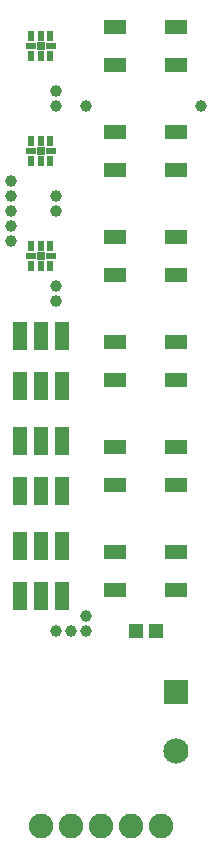
<source format=gts>
G75*
%MOIN*%
%OFA0B0*%
%FSLAX25Y25*%
%IPPOS*%
%LPD*%
%AMOC8*
5,1,8,0,0,1.08239X$1,22.5*
%
%ADD10C,0.08400*%
%ADD11R,0.08400X0.08400*%
%ADD12R,0.07300X0.04737*%
%ADD13R,0.04737X0.09461*%
%ADD14R,0.05131X0.09461*%
%ADD15R,0.02375X0.03556*%
%ADD16R,0.03556X0.02375*%
%ADD17R,0.03000X0.03000*%
%ADD18C,0.08200*%
%ADD19R,0.05131X0.04737*%
%ADD20C,0.03900*%
D10*
X0066500Y0031657D03*
D11*
X0066500Y0051343D03*
D12*
X0066646Y0085201D03*
X0066646Y0097799D03*
X0066646Y0120201D03*
X0066646Y0132799D03*
X0066646Y0155201D03*
X0066646Y0167799D03*
X0066646Y0190201D03*
X0066646Y0202799D03*
X0066646Y0225201D03*
X0066646Y0237799D03*
X0066646Y0260201D03*
X0066646Y0272799D03*
X0046354Y0272799D03*
X0046354Y0260201D03*
X0046354Y0237799D03*
X0046354Y0225201D03*
X0046354Y0202799D03*
X0046354Y0190201D03*
X0046354Y0167799D03*
X0046354Y0155201D03*
X0046354Y0132799D03*
X0046354Y0120201D03*
X0046354Y0097799D03*
X0046354Y0085201D03*
D13*
X0028390Y0083232D03*
X0028390Y0099768D03*
X0028390Y0118232D03*
X0028390Y0134768D03*
X0028390Y0153232D03*
X0028390Y0169768D03*
X0014610Y0169768D03*
X0014610Y0153232D03*
X0014610Y0134768D03*
X0014610Y0118232D03*
X0014610Y0099768D03*
X0014610Y0083232D03*
D14*
X0021500Y0083232D03*
X0021500Y0099768D03*
X0021500Y0118232D03*
X0021500Y0134768D03*
X0021500Y0153232D03*
X0021500Y0169768D03*
D15*
X0021500Y0193154D03*
X0021500Y0199846D03*
X0018350Y0199846D03*
X0018350Y0193154D03*
X0024650Y0193154D03*
X0024650Y0199846D03*
X0024650Y0228154D03*
X0024650Y0234846D03*
X0021500Y0234846D03*
X0021500Y0228154D03*
X0018350Y0228154D03*
X0018350Y0234846D03*
X0018350Y0263154D03*
X0021500Y0263154D03*
X0021500Y0269846D03*
X0018350Y0269846D03*
X0024650Y0269846D03*
X0024650Y0263154D03*
D16*
X0024846Y0266500D03*
X0018154Y0266500D03*
X0018154Y0231500D03*
X0024846Y0231500D03*
X0024846Y0196500D03*
X0018154Y0196500D03*
D17*
X0021500Y0196500D03*
X0021500Y0231500D03*
X0021500Y0266500D03*
D18*
X0021500Y0006500D03*
X0031500Y0006500D03*
X0041500Y0006500D03*
X0051500Y0006500D03*
X0061500Y0006500D03*
D19*
X0059846Y0071500D03*
X0053154Y0071500D03*
D20*
X0036500Y0071500D03*
X0036500Y0076500D03*
X0031500Y0071500D03*
X0026500Y0071500D03*
X0026500Y0181500D03*
X0026500Y0186500D03*
X0026500Y0211500D03*
X0026500Y0216500D03*
X0026500Y0246500D03*
X0026500Y0251500D03*
X0036500Y0246500D03*
X0011500Y0221500D03*
X0011500Y0216500D03*
X0011500Y0211500D03*
X0011500Y0206500D03*
X0011500Y0201500D03*
X0075000Y0246500D03*
M02*

</source>
